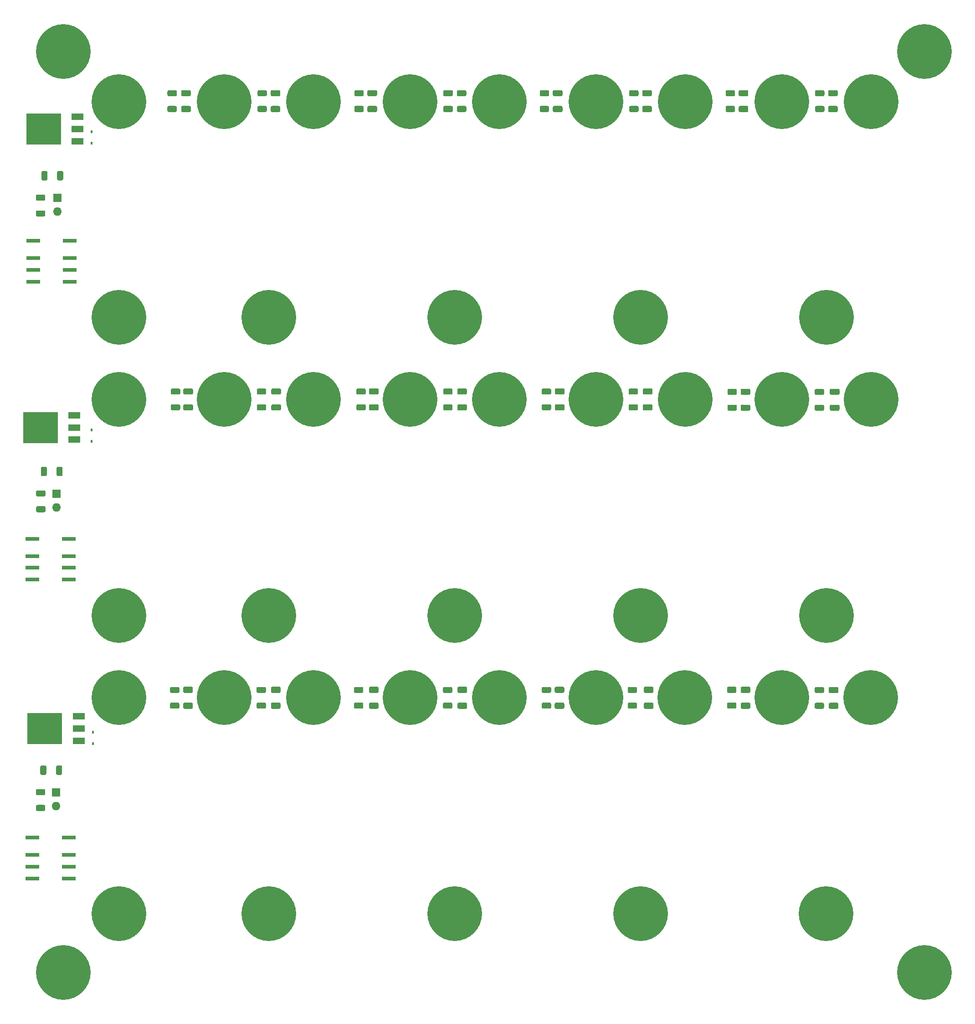
<source format=gbr>
%TF.GenerationSoftware,KiCad,Pcbnew,(5.1.9)-1*%
%TF.CreationDate,2021-07-25T11:44:51+02:00*%
%TF.ProjectId,RelayControls-HPK,52656c61-7943-46f6-9e74-726f6c732d48,V0.1*%
%TF.SameCoordinates,Original*%
%TF.FileFunction,Soldermask,Top*%
%TF.FilePolarity,Negative*%
%FSLAX46Y46*%
G04 Gerber Fmt 4.6, Leading zero omitted, Abs format (unit mm)*
G04 Created by KiCad (PCBNEW (5.1.9)-1) date 2021-07-25 11:44:51*
%MOMM*%
%LPD*%
G01*
G04 APERTURE LIST*
%ADD10R,0.450000X0.600000*%
%ADD11R,2.200000X1.200000*%
%ADD12R,6.400000X5.800000*%
%ADD13R,1.600000X1.600000*%
%ADD14O,1.600000X1.600000*%
%ADD15C,10.160000*%
%ADD16R,2.660000X0.800000*%
G04 APERTURE END LIST*
D10*
%TO.C,D3*%
X33200000Y-99275000D03*
X33200000Y-101375000D03*
%TD*%
D11*
%TO.C,Q3*%
X30824999Y-157054999D03*
X30824999Y-154774999D03*
X30824999Y-152494999D03*
D12*
X24524999Y-154774999D03*
%TD*%
%TO.C,C1*%
G36*
G01*
X120500001Y-37325000D02*
X119199999Y-37325000D01*
G75*
G02*
X118950000Y-37075001I0J249999D01*
G01*
X118950000Y-36424999D01*
G75*
G02*
X119199999Y-36175000I249999J0D01*
G01*
X120500001Y-36175000D01*
G75*
G02*
X120750000Y-36424999I0J-249999D01*
G01*
X120750000Y-37075001D01*
G75*
G02*
X120500001Y-37325000I-249999J0D01*
G01*
G37*
G36*
G01*
X120500001Y-40275000D02*
X119199999Y-40275000D01*
G75*
G02*
X118950000Y-40025001I0J249999D01*
G01*
X118950000Y-39374999D01*
G75*
G02*
X119199999Y-39125000I249999J0D01*
G01*
X120500001Y-39125000D01*
G75*
G02*
X120750000Y-39374999I0J-249999D01*
G01*
X120750000Y-40025001D01*
G75*
G02*
X120500001Y-40275000I-249999J0D01*
G01*
G37*
%TD*%
%TO.C,C2*%
G36*
G01*
X51425001Y-40275000D02*
X50124999Y-40275000D01*
G75*
G02*
X49875000Y-40025001I0J249999D01*
G01*
X49875000Y-39374999D01*
G75*
G02*
X50124999Y-39125000I249999J0D01*
G01*
X51425001Y-39125000D01*
G75*
G02*
X51675000Y-39374999I0J-249999D01*
G01*
X51675000Y-40025001D01*
G75*
G02*
X51425001Y-40275000I-249999J0D01*
G01*
G37*
G36*
G01*
X51425001Y-37325000D02*
X50124999Y-37325000D01*
G75*
G02*
X49875000Y-37075001I0J249999D01*
G01*
X49875000Y-36424999D01*
G75*
G02*
X50124999Y-36175000I249999J0D01*
G01*
X51425001Y-36175000D01*
G75*
G02*
X51675000Y-36424999I0J-249999D01*
G01*
X51675000Y-37075001D01*
G75*
G02*
X51425001Y-37325000I-249999J0D01*
G01*
G37*
%TD*%
%TO.C,C3*%
G36*
G01*
X86025001Y-37325000D02*
X84724999Y-37325000D01*
G75*
G02*
X84475000Y-37075001I0J249999D01*
G01*
X84475000Y-36424999D01*
G75*
G02*
X84724999Y-36175000I249999J0D01*
G01*
X86025001Y-36175000D01*
G75*
G02*
X86275000Y-36424999I0J-249999D01*
G01*
X86275000Y-37075001D01*
G75*
G02*
X86025001Y-37325000I-249999J0D01*
G01*
G37*
G36*
G01*
X86025001Y-40275000D02*
X84724999Y-40275000D01*
G75*
G02*
X84475000Y-40025001I0J249999D01*
G01*
X84475000Y-39374999D01*
G75*
G02*
X84724999Y-39125000I249999J0D01*
G01*
X86025001Y-39125000D01*
G75*
G02*
X86275000Y-39374999I0J-249999D01*
G01*
X86275000Y-40025001D01*
G75*
G02*
X86025001Y-40275000I-249999J0D01*
G01*
G37*
%TD*%
%TO.C,C4*%
G36*
G01*
X155025001Y-37325000D02*
X153724999Y-37325000D01*
G75*
G02*
X153475000Y-37075001I0J249999D01*
G01*
X153475000Y-36424999D01*
G75*
G02*
X153724999Y-36175000I249999J0D01*
G01*
X155025001Y-36175000D01*
G75*
G02*
X155275000Y-36424999I0J-249999D01*
G01*
X155275000Y-37075001D01*
G75*
G02*
X155025001Y-37325000I-249999J0D01*
G01*
G37*
G36*
G01*
X155025001Y-40275000D02*
X153724999Y-40275000D01*
G75*
G02*
X153475000Y-40025001I0J249999D01*
G01*
X153475000Y-39374999D01*
G75*
G02*
X153724999Y-39125000I249999J0D01*
G01*
X155025001Y-39125000D01*
G75*
G02*
X155275000Y-39374999I0J-249999D01*
G01*
X155275000Y-40025001D01*
G75*
G02*
X155025001Y-40275000I-249999J0D01*
G01*
G37*
%TD*%
%TO.C,C5*%
G36*
G01*
X135799999Y-39125000D02*
X137100001Y-39125000D01*
G75*
G02*
X137350000Y-39374999I0J-249999D01*
G01*
X137350000Y-40025001D01*
G75*
G02*
X137100001Y-40275000I-249999J0D01*
G01*
X135799999Y-40275000D01*
G75*
G02*
X135550000Y-40025001I0J249999D01*
G01*
X135550000Y-39374999D01*
G75*
G02*
X135799999Y-39125000I249999J0D01*
G01*
G37*
G36*
G01*
X135799999Y-36175000D02*
X137100001Y-36175000D01*
G75*
G02*
X137350000Y-36424999I0J-249999D01*
G01*
X137350000Y-37075001D01*
G75*
G02*
X137100001Y-37325000I-249999J0D01*
G01*
X135799999Y-37325000D01*
G75*
G02*
X135550000Y-37075001I0J249999D01*
G01*
X135550000Y-36424999D01*
G75*
G02*
X135799999Y-36175000I249999J0D01*
G01*
G37*
%TD*%
%TO.C,C6*%
G36*
G01*
X66749999Y-36175000D02*
X68050001Y-36175000D01*
G75*
G02*
X68300000Y-36424999I0J-249999D01*
G01*
X68300000Y-37075001D01*
G75*
G02*
X68050001Y-37325000I-249999J0D01*
G01*
X66749999Y-37325000D01*
G75*
G02*
X66500000Y-37075001I0J249999D01*
G01*
X66500000Y-36424999D01*
G75*
G02*
X66749999Y-36175000I249999J0D01*
G01*
G37*
G36*
G01*
X66749999Y-39125000D02*
X68050001Y-39125000D01*
G75*
G02*
X68300000Y-39374999I0J-249999D01*
G01*
X68300000Y-40025001D01*
G75*
G02*
X68050001Y-40275000I-249999J0D01*
G01*
X66749999Y-40275000D01*
G75*
G02*
X66500000Y-40025001I0J249999D01*
G01*
X66500000Y-39374999D01*
G75*
G02*
X66749999Y-39125000I249999J0D01*
G01*
G37*
%TD*%
%TO.C,C7*%
G36*
G01*
X98819999Y-39125000D02*
X100120001Y-39125000D01*
G75*
G02*
X100370000Y-39374999I0J-249999D01*
G01*
X100370000Y-40025001D01*
G75*
G02*
X100120001Y-40275000I-249999J0D01*
G01*
X98819999Y-40275000D01*
G75*
G02*
X98570000Y-40025001I0J249999D01*
G01*
X98570000Y-39374999D01*
G75*
G02*
X98819999Y-39125000I249999J0D01*
G01*
G37*
G36*
G01*
X98819999Y-36175000D02*
X100120001Y-36175000D01*
G75*
G02*
X100370000Y-36424999I0J-249999D01*
G01*
X100370000Y-37075001D01*
G75*
G02*
X100120001Y-37325000I-249999J0D01*
G01*
X98819999Y-37325000D01*
G75*
G02*
X98570000Y-37075001I0J249999D01*
G01*
X98570000Y-36424999D01*
G75*
G02*
X98819999Y-36175000I249999J0D01*
G01*
G37*
%TD*%
%TO.C,C8*%
G36*
G01*
X170349999Y-36175000D02*
X171650001Y-36175000D01*
G75*
G02*
X171900000Y-36424999I0J-249999D01*
G01*
X171900000Y-37075001D01*
G75*
G02*
X171650001Y-37325000I-249999J0D01*
G01*
X170349999Y-37325000D01*
G75*
G02*
X170100000Y-37075001I0J249999D01*
G01*
X170100000Y-36424999D01*
G75*
G02*
X170349999Y-36175000I249999J0D01*
G01*
G37*
G36*
G01*
X170349999Y-39125000D02*
X171650001Y-39125000D01*
G75*
G02*
X171900000Y-39374999I0J-249999D01*
G01*
X171900000Y-40025001D01*
G75*
G02*
X171650001Y-40275000I-249999J0D01*
G01*
X170349999Y-40275000D01*
G75*
G02*
X170100000Y-40025001I0J249999D01*
G01*
X170100000Y-39374999D01*
G75*
G02*
X170349999Y-39125000I249999J0D01*
G01*
G37*
%TD*%
%TO.C,C9*%
G36*
G01*
X120875001Y-92725000D02*
X119574999Y-92725000D01*
G75*
G02*
X119325000Y-92475001I0J249999D01*
G01*
X119325000Y-91824999D01*
G75*
G02*
X119574999Y-91575000I249999J0D01*
G01*
X120875001Y-91575000D01*
G75*
G02*
X121125000Y-91824999I0J-249999D01*
G01*
X121125000Y-92475001D01*
G75*
G02*
X120875001Y-92725000I-249999J0D01*
G01*
G37*
G36*
G01*
X120875001Y-95675000D02*
X119574999Y-95675000D01*
G75*
G02*
X119325000Y-95425001I0J249999D01*
G01*
X119325000Y-94774999D01*
G75*
G02*
X119574999Y-94525000I249999J0D01*
G01*
X120875001Y-94525000D01*
G75*
G02*
X121125000Y-94774999I0J-249999D01*
G01*
X121125000Y-95425001D01*
G75*
G02*
X120875001Y-95675000I-249999J0D01*
G01*
G37*
%TD*%
%TO.C,C10*%
G36*
G01*
X51825001Y-95675000D02*
X50524999Y-95675000D01*
G75*
G02*
X50275000Y-95425001I0J249999D01*
G01*
X50275000Y-94774999D01*
G75*
G02*
X50524999Y-94525000I249999J0D01*
G01*
X51825001Y-94525000D01*
G75*
G02*
X52075000Y-94774999I0J-249999D01*
G01*
X52075000Y-95425001D01*
G75*
G02*
X51825001Y-95675000I-249999J0D01*
G01*
G37*
G36*
G01*
X51825001Y-92725000D02*
X50524999Y-92725000D01*
G75*
G02*
X50275000Y-92475001I0J249999D01*
G01*
X50275000Y-91824999D01*
G75*
G02*
X50524999Y-91575000I249999J0D01*
G01*
X51825001Y-91575000D01*
G75*
G02*
X52075000Y-91824999I0J-249999D01*
G01*
X52075000Y-92475001D01*
G75*
G02*
X51825001Y-92725000I-249999J0D01*
G01*
G37*
%TD*%
%TO.C,C11*%
G36*
G01*
X86325001Y-95675000D02*
X85024999Y-95675000D01*
G75*
G02*
X84775000Y-95425001I0J249999D01*
G01*
X84775000Y-94774999D01*
G75*
G02*
X85024999Y-94525000I249999J0D01*
G01*
X86325001Y-94525000D01*
G75*
G02*
X86575000Y-94774999I0J-249999D01*
G01*
X86575000Y-95425001D01*
G75*
G02*
X86325001Y-95675000I-249999J0D01*
G01*
G37*
G36*
G01*
X86325001Y-92725000D02*
X85024999Y-92725000D01*
G75*
G02*
X84775000Y-92475001I0J249999D01*
G01*
X84775000Y-91824999D01*
G75*
G02*
X85024999Y-91575000I249999J0D01*
G01*
X86325001Y-91575000D01*
G75*
G02*
X86575000Y-91824999I0J-249999D01*
G01*
X86575000Y-92475001D01*
G75*
G02*
X86325001Y-92725000I-249999J0D01*
G01*
G37*
%TD*%
%TO.C,C12*%
G36*
G01*
X155390001Y-92790000D02*
X154089999Y-92790000D01*
G75*
G02*
X153840000Y-92540001I0J249999D01*
G01*
X153840000Y-91889999D01*
G75*
G02*
X154089999Y-91640000I249999J0D01*
G01*
X155390001Y-91640000D01*
G75*
G02*
X155640000Y-91889999I0J-249999D01*
G01*
X155640000Y-92540001D01*
G75*
G02*
X155390001Y-92790000I-249999J0D01*
G01*
G37*
G36*
G01*
X155390001Y-95740000D02*
X154089999Y-95740000D01*
G75*
G02*
X153840000Y-95490001I0J249999D01*
G01*
X153840000Y-94839999D01*
G75*
G02*
X154089999Y-94590000I249999J0D01*
G01*
X155390001Y-94590000D01*
G75*
G02*
X155640000Y-94839999I0J-249999D01*
G01*
X155640000Y-95490001D01*
G75*
G02*
X155390001Y-95740000I-249999J0D01*
G01*
G37*
%TD*%
%TO.C,C13*%
G36*
G01*
X135924999Y-91575000D02*
X137225001Y-91575000D01*
G75*
G02*
X137475000Y-91824999I0J-249999D01*
G01*
X137475000Y-92475001D01*
G75*
G02*
X137225001Y-92725000I-249999J0D01*
G01*
X135924999Y-92725000D01*
G75*
G02*
X135675000Y-92475001I0J249999D01*
G01*
X135675000Y-91824999D01*
G75*
G02*
X135924999Y-91575000I249999J0D01*
G01*
G37*
G36*
G01*
X135924999Y-94525000D02*
X137225001Y-94525000D01*
G75*
G02*
X137475000Y-94774999I0J-249999D01*
G01*
X137475000Y-95425001D01*
G75*
G02*
X137225001Y-95675000I-249999J0D01*
G01*
X135924999Y-95675000D01*
G75*
G02*
X135675000Y-95425001I0J249999D01*
G01*
X135675000Y-94774999D01*
G75*
G02*
X135924999Y-94525000I249999J0D01*
G01*
G37*
%TD*%
%TO.C,C14*%
G36*
G01*
X66874999Y-91575000D02*
X68175001Y-91575000D01*
G75*
G02*
X68425000Y-91824999I0J-249999D01*
G01*
X68425000Y-92475001D01*
G75*
G02*
X68175001Y-92725000I-249999J0D01*
G01*
X66874999Y-92725000D01*
G75*
G02*
X66625000Y-92475001I0J249999D01*
G01*
X66625000Y-91824999D01*
G75*
G02*
X66874999Y-91575000I249999J0D01*
G01*
G37*
G36*
G01*
X66874999Y-94525000D02*
X68175001Y-94525000D01*
G75*
G02*
X68425000Y-94774999I0J-249999D01*
G01*
X68425000Y-95425001D01*
G75*
G02*
X68175001Y-95675000I-249999J0D01*
G01*
X66874999Y-95675000D01*
G75*
G02*
X66625000Y-95425001I0J249999D01*
G01*
X66625000Y-94774999D01*
G75*
G02*
X66874999Y-94525000I249999J0D01*
G01*
G37*
%TD*%
%TO.C,C15*%
G36*
G01*
X101424999Y-91575000D02*
X102725001Y-91575000D01*
G75*
G02*
X102975000Y-91824999I0J-249999D01*
G01*
X102975000Y-92475001D01*
G75*
G02*
X102725001Y-92725000I-249999J0D01*
G01*
X101424999Y-92725000D01*
G75*
G02*
X101175000Y-92475001I0J249999D01*
G01*
X101175000Y-91824999D01*
G75*
G02*
X101424999Y-91575000I249999J0D01*
G01*
G37*
G36*
G01*
X101424999Y-94525000D02*
X102725001Y-94525000D01*
G75*
G02*
X102975000Y-94774999I0J-249999D01*
G01*
X102975000Y-95425001D01*
G75*
G02*
X102725001Y-95675000I-249999J0D01*
G01*
X101424999Y-95675000D01*
G75*
G02*
X101175000Y-95425001I0J249999D01*
G01*
X101175000Y-94774999D01*
G75*
G02*
X101424999Y-94525000I249999J0D01*
G01*
G37*
%TD*%
%TO.C,C16*%
G36*
G01*
X170669999Y-91640000D02*
X171970001Y-91640000D01*
G75*
G02*
X172220000Y-91889999I0J-249999D01*
G01*
X172220000Y-92540001D01*
G75*
G02*
X171970001Y-92790000I-249999J0D01*
G01*
X170669999Y-92790000D01*
G75*
G02*
X170420000Y-92540001I0J249999D01*
G01*
X170420000Y-91889999D01*
G75*
G02*
X170669999Y-91640000I249999J0D01*
G01*
G37*
G36*
G01*
X170669999Y-94590000D02*
X171970001Y-94590000D01*
G75*
G02*
X172220000Y-94839999I0J-249999D01*
G01*
X172220000Y-95490001D01*
G75*
G02*
X171970001Y-95740000I-249999J0D01*
G01*
X170669999Y-95740000D01*
G75*
G02*
X170420000Y-95490001I0J249999D01*
G01*
X170420000Y-94839999D01*
G75*
G02*
X170669999Y-94590000I249999J0D01*
G01*
G37*
%TD*%
%TO.C,C17*%
G36*
G01*
X120825001Y-151075000D02*
X119524999Y-151075000D01*
G75*
G02*
X119275000Y-150825001I0J249999D01*
G01*
X119275000Y-150174999D01*
G75*
G02*
X119524999Y-149925000I249999J0D01*
G01*
X120825001Y-149925000D01*
G75*
G02*
X121075000Y-150174999I0J-249999D01*
G01*
X121075000Y-150825001D01*
G75*
G02*
X120825001Y-151075000I-249999J0D01*
G01*
G37*
G36*
G01*
X120825001Y-148125000D02*
X119524999Y-148125000D01*
G75*
G02*
X119275000Y-147875001I0J249999D01*
G01*
X119275000Y-147224999D01*
G75*
G02*
X119524999Y-146975000I249999J0D01*
G01*
X120825001Y-146975000D01*
G75*
G02*
X121075000Y-147224999I0J-249999D01*
G01*
X121075000Y-147875001D01*
G75*
G02*
X120825001Y-148125000I-249999J0D01*
G01*
G37*
%TD*%
%TO.C,C18*%
G36*
G01*
X51800001Y-148125000D02*
X50499999Y-148125000D01*
G75*
G02*
X50250000Y-147875001I0J249999D01*
G01*
X50250000Y-147224999D01*
G75*
G02*
X50499999Y-146975000I249999J0D01*
G01*
X51800001Y-146975000D01*
G75*
G02*
X52050000Y-147224999I0J-249999D01*
G01*
X52050000Y-147875001D01*
G75*
G02*
X51800001Y-148125000I-249999J0D01*
G01*
G37*
G36*
G01*
X51800001Y-151075000D02*
X50499999Y-151075000D01*
G75*
G02*
X50250000Y-150825001I0J249999D01*
G01*
X50250000Y-150174999D01*
G75*
G02*
X50499999Y-149925000I249999J0D01*
G01*
X51800001Y-149925000D01*
G75*
G02*
X52050000Y-150174999I0J-249999D01*
G01*
X52050000Y-150825001D01*
G75*
G02*
X51800001Y-151075000I-249999J0D01*
G01*
G37*
%TD*%
%TO.C,C19*%
G36*
G01*
X86325001Y-148125000D02*
X85024999Y-148125000D01*
G75*
G02*
X84775000Y-147875001I0J249999D01*
G01*
X84775000Y-147224999D01*
G75*
G02*
X85024999Y-146975000I249999J0D01*
G01*
X86325001Y-146975000D01*
G75*
G02*
X86575000Y-147224999I0J-249999D01*
G01*
X86575000Y-147875001D01*
G75*
G02*
X86325001Y-148125000I-249999J0D01*
G01*
G37*
G36*
G01*
X86325001Y-151075000D02*
X85024999Y-151075000D01*
G75*
G02*
X84775000Y-150825001I0J249999D01*
G01*
X84775000Y-150174999D01*
G75*
G02*
X85024999Y-149925000I249999J0D01*
G01*
X86325001Y-149925000D01*
G75*
G02*
X86575000Y-150174999I0J-249999D01*
G01*
X86575000Y-150825001D01*
G75*
G02*
X86325001Y-151075000I-249999J0D01*
G01*
G37*
%TD*%
%TO.C,C20*%
G36*
G01*
X155410001Y-151075000D02*
X154109999Y-151075000D01*
G75*
G02*
X153860000Y-150825001I0J249999D01*
G01*
X153860000Y-150174999D01*
G75*
G02*
X154109999Y-149925000I249999J0D01*
G01*
X155410001Y-149925000D01*
G75*
G02*
X155660000Y-150174999I0J-249999D01*
G01*
X155660000Y-150825001D01*
G75*
G02*
X155410001Y-151075000I-249999J0D01*
G01*
G37*
G36*
G01*
X155410001Y-148125000D02*
X154109999Y-148125000D01*
G75*
G02*
X153860000Y-147875001I0J249999D01*
G01*
X153860000Y-147224999D01*
G75*
G02*
X154109999Y-146975000I249999J0D01*
G01*
X155410001Y-146975000D01*
G75*
G02*
X155660000Y-147224999I0J-249999D01*
G01*
X155660000Y-147875001D01*
G75*
G02*
X155410001Y-148125000I-249999J0D01*
G01*
G37*
%TD*%
%TO.C,C21*%
G36*
G01*
X136099999Y-149925000D02*
X137400001Y-149925000D01*
G75*
G02*
X137650000Y-150174999I0J-249999D01*
G01*
X137650000Y-150825001D01*
G75*
G02*
X137400001Y-151075000I-249999J0D01*
G01*
X136099999Y-151075000D01*
G75*
G02*
X135850000Y-150825001I0J249999D01*
G01*
X135850000Y-150174999D01*
G75*
G02*
X136099999Y-149925000I249999J0D01*
G01*
G37*
G36*
G01*
X136099999Y-146975000D02*
X137400001Y-146975000D01*
G75*
G02*
X137650000Y-147224999I0J-249999D01*
G01*
X137650000Y-147875001D01*
G75*
G02*
X137400001Y-148125000I-249999J0D01*
G01*
X136099999Y-148125000D01*
G75*
G02*
X135850000Y-147875001I0J249999D01*
G01*
X135850000Y-147224999D01*
G75*
G02*
X136099999Y-146975000I249999J0D01*
G01*
G37*
%TD*%
%TO.C,C22*%
G36*
G01*
X66799999Y-149925000D02*
X68100001Y-149925000D01*
G75*
G02*
X68350000Y-150174999I0J-249999D01*
G01*
X68350000Y-150825001D01*
G75*
G02*
X68100001Y-151075000I-249999J0D01*
G01*
X66799999Y-151075000D01*
G75*
G02*
X66550000Y-150825001I0J249999D01*
G01*
X66550000Y-150174999D01*
G75*
G02*
X66799999Y-149925000I249999J0D01*
G01*
G37*
G36*
G01*
X66799999Y-146975000D02*
X68100001Y-146975000D01*
G75*
G02*
X68350000Y-147224999I0J-249999D01*
G01*
X68350000Y-147875001D01*
G75*
G02*
X68100001Y-148125000I-249999J0D01*
G01*
X66799999Y-148125000D01*
G75*
G02*
X66550000Y-147875001I0J249999D01*
G01*
X66550000Y-147224999D01*
G75*
G02*
X66799999Y-146975000I249999J0D01*
G01*
G37*
%TD*%
%TO.C,C23*%
G36*
G01*
X101474999Y-146975000D02*
X102775001Y-146975000D01*
G75*
G02*
X103025000Y-147224999I0J-249999D01*
G01*
X103025000Y-147875001D01*
G75*
G02*
X102775001Y-148125000I-249999J0D01*
G01*
X101474999Y-148125000D01*
G75*
G02*
X101225000Y-147875001I0J249999D01*
G01*
X101225000Y-147224999D01*
G75*
G02*
X101474999Y-146975000I249999J0D01*
G01*
G37*
G36*
G01*
X101474999Y-149925000D02*
X102775001Y-149925000D01*
G75*
G02*
X103025000Y-150174999I0J-249999D01*
G01*
X103025000Y-150825001D01*
G75*
G02*
X102775001Y-151075000I-249999J0D01*
G01*
X101474999Y-151075000D01*
G75*
G02*
X101225000Y-150825001I0J249999D01*
G01*
X101225000Y-150174999D01*
G75*
G02*
X101474999Y-149925000I249999J0D01*
G01*
G37*
%TD*%
%TO.C,C24*%
G36*
G01*
X170459999Y-149950000D02*
X171760001Y-149950000D01*
G75*
G02*
X172010000Y-150199999I0J-249999D01*
G01*
X172010000Y-150850001D01*
G75*
G02*
X171760001Y-151100000I-249999J0D01*
G01*
X170459999Y-151100000D01*
G75*
G02*
X170210000Y-150850001I0J249999D01*
G01*
X170210000Y-150199999D01*
G75*
G02*
X170459999Y-149950000I249999J0D01*
G01*
G37*
G36*
G01*
X170459999Y-147000000D02*
X171760001Y-147000000D01*
G75*
G02*
X172010000Y-147249999I0J-249999D01*
G01*
X172010000Y-147900001D01*
G75*
G02*
X171760001Y-148150000I-249999J0D01*
G01*
X170459999Y-148150000D01*
G75*
G02*
X170210000Y-147900001I0J249999D01*
G01*
X170210000Y-147249999D01*
G75*
G02*
X170459999Y-147000000I249999J0D01*
G01*
G37*
%TD*%
D13*
%TO.C,D2*%
X26850000Y-56200000D03*
D14*
X26850000Y-58740000D03*
%TD*%
%TO.C,D4*%
X26743629Y-113665000D03*
D13*
X26743629Y-111125000D03*
%TD*%
%TO.C,D6*%
X26638629Y-166600000D03*
D14*
X26638629Y-169140000D03*
%TD*%
D15*
%TO.C,J1*%
X28000000Y-29000000D03*
%TD*%
%TO.C,J2*%
X188000000Y-200000000D03*
%TD*%
%TO.C,J3*%
X38300000Y-78350000D03*
%TD*%
%TO.C,J4*%
X66200000Y-78350000D03*
%TD*%
%TO.C,J5*%
X135250000Y-78375000D03*
%TD*%
%TO.C,J6*%
X100750000Y-78350000D03*
%TD*%
%TO.C,J7*%
X169775000Y-78375000D03*
%TD*%
%TO.C,J8*%
X38300000Y-38350000D03*
%TD*%
%TO.C,J9*%
X74475000Y-38350000D03*
%TD*%
%TO.C,J10*%
X57900000Y-38350000D03*
%TD*%
%TO.C,J11*%
X143525000Y-38355000D03*
%TD*%
%TO.C,J12*%
X126970000Y-38355000D03*
%TD*%
%TO.C,J13*%
X109040000Y-38355000D03*
%TD*%
%TO.C,J14*%
X92445000Y-38355000D03*
%TD*%
%TO.C,J15*%
X178070000Y-38350000D03*
%TD*%
%TO.C,J16*%
X161495000Y-38350000D03*
%TD*%
%TO.C,J17*%
X38275000Y-133750000D03*
%TD*%
%TO.C,J18*%
X135252500Y-133750000D03*
%TD*%
%TO.C,J19*%
X66182500Y-133750000D03*
%TD*%
%TO.C,J20*%
X100700000Y-133750000D03*
%TD*%
%TO.C,J21*%
X169777500Y-133750000D03*
%TD*%
%TO.C,J22*%
X38300000Y-93645000D03*
%TD*%
%TO.C,J23*%
X143525000Y-93645000D03*
%TD*%
%TO.C,J24*%
X126970000Y-93645000D03*
%TD*%
%TO.C,J25*%
X74475000Y-93645000D03*
%TD*%
%TO.C,J26*%
X57900000Y-93645000D03*
%TD*%
%TO.C,J27*%
X109000000Y-93645000D03*
%TD*%
%TO.C,J28*%
X92425000Y-93645000D03*
%TD*%
%TO.C,J29*%
X178070000Y-93645000D03*
%TD*%
%TO.C,J30*%
X161495000Y-93645000D03*
%TD*%
%TO.C,J31*%
X38275000Y-189155000D03*
%TD*%
%TO.C,J32*%
X135227500Y-189155000D03*
%TD*%
%TO.C,J33*%
X66157500Y-189155000D03*
%TD*%
%TO.C,J34*%
X100682500Y-189155000D03*
%TD*%
%TO.C,J35*%
X169752500Y-189155000D03*
%TD*%
%TO.C,J36*%
X38275000Y-149025000D03*
%TD*%
%TO.C,J37*%
X143500000Y-149025000D03*
%TD*%
%TO.C,J38*%
X126945000Y-149025000D03*
%TD*%
%TO.C,J39*%
X74450000Y-149025000D03*
%TD*%
%TO.C,J40*%
X57875000Y-149025000D03*
%TD*%
%TO.C,J41*%
X108975000Y-149000000D03*
%TD*%
%TO.C,J42*%
X92400000Y-149025000D03*
%TD*%
%TO.C,J43*%
X178045000Y-149025000D03*
%TD*%
%TO.C,J44*%
X161470000Y-149025000D03*
%TD*%
%TO.C,J45*%
X188000000Y-29000000D03*
%TD*%
%TO.C,J46*%
X28000000Y-200000000D03*
%TD*%
D16*
%TO.C,K1*%
X22410001Y-64154999D03*
X22410001Y-67354999D03*
X22410001Y-69554999D03*
X22410001Y-71754999D03*
X29150001Y-71754999D03*
X29150001Y-69554999D03*
X29150001Y-67354999D03*
X29150001Y-64154999D03*
%TD*%
%TO.C,K2*%
X22260000Y-119500000D03*
X22260000Y-122700000D03*
X22260000Y-124900000D03*
X22260000Y-127100000D03*
X29000000Y-127100000D03*
X29000000Y-124900000D03*
X29000000Y-122700000D03*
X29000000Y-119500000D03*
%TD*%
%TO.C,K3*%
X29000000Y-175000000D03*
X29000000Y-178200000D03*
X29000000Y-180400000D03*
X29000000Y-182600000D03*
X22260000Y-182600000D03*
X22260000Y-180400000D03*
X22260000Y-178200000D03*
X22260000Y-175000000D03*
%TD*%
%TO.C,R1*%
G36*
G01*
X26831371Y-52700002D02*
X26831371Y-51449998D01*
G75*
G02*
X27081369Y-51200000I249998J0D01*
G01*
X27706373Y-51200000D01*
G75*
G02*
X27956371Y-51449998I0J-249998D01*
G01*
X27956371Y-52700002D01*
G75*
G02*
X27706373Y-52950000I-249998J0D01*
G01*
X27081369Y-52950000D01*
G75*
G02*
X26831371Y-52700002I0J249998D01*
G01*
G37*
G36*
G01*
X23906371Y-52700002D02*
X23906371Y-51449998D01*
G75*
G02*
X24156369Y-51200000I249998J0D01*
G01*
X24781373Y-51200000D01*
G75*
G02*
X25031371Y-51449998I0J-249998D01*
G01*
X25031371Y-52700002D01*
G75*
G02*
X24781373Y-52950000I-249998J0D01*
G01*
X24156369Y-52950000D01*
G75*
G02*
X23906371Y-52700002I0J249998D01*
G01*
G37*
%TD*%
%TO.C,R2*%
G36*
G01*
X64299998Y-39125000D02*
X65550002Y-39125000D01*
G75*
G02*
X65800000Y-39374998I0J-249998D01*
G01*
X65800000Y-40000002D01*
G75*
G02*
X65550002Y-40250000I-249998J0D01*
G01*
X64299998Y-40250000D01*
G75*
G02*
X64050000Y-40000002I0J249998D01*
G01*
X64050000Y-39374998D01*
G75*
G02*
X64299998Y-39125000I249998J0D01*
G01*
G37*
G36*
G01*
X64299998Y-36200000D02*
X65550002Y-36200000D01*
G75*
G02*
X65800000Y-36449998I0J-249998D01*
G01*
X65800000Y-37075002D01*
G75*
G02*
X65550002Y-37325000I-249998J0D01*
G01*
X64299998Y-37325000D01*
G75*
G02*
X64050000Y-37075002I0J249998D01*
G01*
X64050000Y-36449998D01*
G75*
G02*
X64299998Y-36200000I249998J0D01*
G01*
G37*
%TD*%
%TO.C,R3*%
G36*
G01*
X118000002Y-40250000D02*
X116749998Y-40250000D01*
G75*
G02*
X116500000Y-40000002I0J249998D01*
G01*
X116500000Y-39374998D01*
G75*
G02*
X116749998Y-39125000I249998J0D01*
G01*
X118000002Y-39125000D01*
G75*
G02*
X118250000Y-39374998I0J-249998D01*
G01*
X118250000Y-40000002D01*
G75*
G02*
X118000002Y-40250000I-249998J0D01*
G01*
G37*
G36*
G01*
X118000002Y-37325000D02*
X116749998Y-37325000D01*
G75*
G02*
X116500000Y-37075002I0J249998D01*
G01*
X116500000Y-36449998D01*
G75*
G02*
X116749998Y-36200000I249998J0D01*
G01*
X118000002Y-36200000D01*
G75*
G02*
X118250000Y-36449998I0J-249998D01*
G01*
X118250000Y-37075002D01*
G75*
G02*
X118000002Y-37325000I-249998J0D01*
G01*
G37*
%TD*%
%TO.C,R4*%
G36*
G01*
X48825002Y-37325000D02*
X47574998Y-37325000D01*
G75*
G02*
X47325000Y-37075002I0J249998D01*
G01*
X47325000Y-36449998D01*
G75*
G02*
X47574998Y-36200000I249998J0D01*
G01*
X48825002Y-36200000D01*
G75*
G02*
X49075000Y-36449998I0J-249998D01*
G01*
X49075000Y-37075002D01*
G75*
G02*
X48825002Y-37325000I-249998J0D01*
G01*
G37*
G36*
G01*
X48825002Y-40250000D02*
X47574998Y-40250000D01*
G75*
G02*
X47325000Y-40000002I0J249998D01*
G01*
X47325000Y-39374998D01*
G75*
G02*
X47574998Y-39125000I249998J0D01*
G01*
X48825002Y-39125000D01*
G75*
G02*
X49075000Y-39374998I0J-249998D01*
G01*
X49075000Y-40000002D01*
G75*
G02*
X48825002Y-40250000I-249998J0D01*
G01*
G37*
%TD*%
%TO.C,R5*%
G36*
G01*
X83550002Y-37325000D02*
X82299998Y-37325000D01*
G75*
G02*
X82050000Y-37075002I0J249998D01*
G01*
X82050000Y-36449998D01*
G75*
G02*
X82299998Y-36200000I249998J0D01*
G01*
X83550002Y-36200000D01*
G75*
G02*
X83800000Y-36449998I0J-249998D01*
G01*
X83800000Y-37075002D01*
G75*
G02*
X83550002Y-37325000I-249998J0D01*
G01*
G37*
G36*
G01*
X83550002Y-40250000D02*
X82299998Y-40250000D01*
G75*
G02*
X82050000Y-40000002I0J249998D01*
G01*
X82050000Y-39374998D01*
G75*
G02*
X82299998Y-39125000I249998J0D01*
G01*
X83550002Y-39125000D01*
G75*
G02*
X83800000Y-39374998I0J-249998D01*
G01*
X83800000Y-40000002D01*
G75*
G02*
X83550002Y-40250000I-249998J0D01*
G01*
G37*
%TD*%
%TO.C,R6*%
G36*
G01*
X152550002Y-40250000D02*
X151299998Y-40250000D01*
G75*
G02*
X151050000Y-40000002I0J249998D01*
G01*
X151050000Y-39374998D01*
G75*
G02*
X151299998Y-39125000I249998J0D01*
G01*
X152550002Y-39125000D01*
G75*
G02*
X152800000Y-39374998I0J-249998D01*
G01*
X152800000Y-40000002D01*
G75*
G02*
X152550002Y-40250000I-249998J0D01*
G01*
G37*
G36*
G01*
X152550002Y-37325000D02*
X151299998Y-37325000D01*
G75*
G02*
X151050000Y-37075002I0J249998D01*
G01*
X151050000Y-36449998D01*
G75*
G02*
X151299998Y-36200000I249998J0D01*
G01*
X152550002Y-36200000D01*
G75*
G02*
X152800000Y-36449998I0J-249998D01*
G01*
X152800000Y-37075002D01*
G75*
G02*
X152550002Y-37325000I-249998J0D01*
G01*
G37*
%TD*%
%TO.C,R7*%
G36*
G01*
X133374998Y-36200000D02*
X134625002Y-36200000D01*
G75*
G02*
X134875000Y-36449998I0J-249998D01*
G01*
X134875000Y-37075002D01*
G75*
G02*
X134625002Y-37325000I-249998J0D01*
G01*
X133374998Y-37325000D01*
G75*
G02*
X133125000Y-37075002I0J249998D01*
G01*
X133125000Y-36449998D01*
G75*
G02*
X133374998Y-36200000I249998J0D01*
G01*
G37*
G36*
G01*
X133374998Y-39125000D02*
X134625002Y-39125000D01*
G75*
G02*
X134875000Y-39374998I0J-249998D01*
G01*
X134875000Y-40000002D01*
G75*
G02*
X134625002Y-40250000I-249998J0D01*
G01*
X133374998Y-40250000D01*
G75*
G02*
X133125000Y-40000002I0J249998D01*
G01*
X133125000Y-39374998D01*
G75*
G02*
X133374998Y-39125000I249998J0D01*
G01*
G37*
%TD*%
%TO.C,R8*%
G36*
G01*
X101369998Y-39125000D02*
X102620002Y-39125000D01*
G75*
G02*
X102870000Y-39374998I0J-249998D01*
G01*
X102870000Y-40000002D01*
G75*
G02*
X102620002Y-40250000I-249998J0D01*
G01*
X101369998Y-40250000D01*
G75*
G02*
X101120000Y-40000002I0J249998D01*
G01*
X101120000Y-39374998D01*
G75*
G02*
X101369998Y-39125000I249998J0D01*
G01*
G37*
G36*
G01*
X101369998Y-36200000D02*
X102620002Y-36200000D01*
G75*
G02*
X102870000Y-36449998I0J-249998D01*
G01*
X102870000Y-37075002D01*
G75*
G02*
X102620002Y-37325000I-249998J0D01*
G01*
X101369998Y-37325000D01*
G75*
G02*
X101120000Y-37075002I0J249998D01*
G01*
X101120000Y-36449998D01*
G75*
G02*
X101369998Y-36200000I249998J0D01*
G01*
G37*
%TD*%
%TO.C,R9*%
G36*
G01*
X167924998Y-39125000D02*
X169175002Y-39125000D01*
G75*
G02*
X169425000Y-39374998I0J-249998D01*
G01*
X169425000Y-40000002D01*
G75*
G02*
X169175002Y-40250000I-249998J0D01*
G01*
X167924998Y-40250000D01*
G75*
G02*
X167675000Y-40000002I0J249998D01*
G01*
X167675000Y-39374998D01*
G75*
G02*
X167924998Y-39125000I249998J0D01*
G01*
G37*
G36*
G01*
X167924998Y-36200000D02*
X169175002Y-36200000D01*
G75*
G02*
X169425000Y-36449998I0J-249998D01*
G01*
X169425000Y-37075002D01*
G75*
G02*
X169175002Y-37325000I-249998J0D01*
G01*
X167924998Y-37325000D01*
G75*
G02*
X167675000Y-37075002I0J249998D01*
G01*
X167675000Y-36449998D01*
G75*
G02*
X167924998Y-36200000I249998J0D01*
G01*
G37*
%TD*%
%TO.C,R10*%
G36*
G01*
X24375002Y-56725685D02*
X23124998Y-56725685D01*
G75*
G02*
X22875000Y-56475687I0J249998D01*
G01*
X22875000Y-55850683D01*
G75*
G02*
X23124998Y-55600685I249998J0D01*
G01*
X24375002Y-55600685D01*
G75*
G02*
X24625000Y-55850683I0J-249998D01*
G01*
X24625000Y-56475687D01*
G75*
G02*
X24375002Y-56725685I-249998J0D01*
G01*
G37*
G36*
G01*
X24375002Y-59650685D02*
X23124998Y-59650685D01*
G75*
G02*
X22875000Y-59400687I0J249998D01*
G01*
X22875000Y-58775683D01*
G75*
G02*
X23124998Y-58525685I249998J0D01*
G01*
X24375002Y-58525685D01*
G75*
G02*
X24625000Y-58775683I0J-249998D01*
G01*
X24625000Y-59400687D01*
G75*
G02*
X24375002Y-59650685I-249998J0D01*
G01*
G37*
%TD*%
%TO.C,R11*%
G36*
G01*
X23800000Y-107625002D02*
X23800000Y-106374998D01*
G75*
G02*
X24049998Y-106125000I249998J0D01*
G01*
X24675002Y-106125000D01*
G75*
G02*
X24925000Y-106374998I0J-249998D01*
G01*
X24925000Y-107625002D01*
G75*
G02*
X24675002Y-107875000I-249998J0D01*
G01*
X24049998Y-107875000D01*
G75*
G02*
X23800000Y-107625002I0J249998D01*
G01*
G37*
G36*
G01*
X26725000Y-107625002D02*
X26725000Y-106374998D01*
G75*
G02*
X26974998Y-106125000I249998J0D01*
G01*
X27600002Y-106125000D01*
G75*
G02*
X27850000Y-106374998I0J-249998D01*
G01*
X27850000Y-107625002D01*
G75*
G02*
X27600002Y-107875000I-249998J0D01*
G01*
X26974998Y-107875000D01*
G75*
G02*
X26725000Y-107625002I0J249998D01*
G01*
G37*
%TD*%
%TO.C,R12*%
G36*
G01*
X118375002Y-95650000D02*
X117124998Y-95650000D01*
G75*
G02*
X116875000Y-95400002I0J249998D01*
G01*
X116875000Y-94774998D01*
G75*
G02*
X117124998Y-94525000I249998J0D01*
G01*
X118375002Y-94525000D01*
G75*
G02*
X118625000Y-94774998I0J-249998D01*
G01*
X118625000Y-95400002D01*
G75*
G02*
X118375002Y-95650000I-249998J0D01*
G01*
G37*
G36*
G01*
X118375002Y-92725000D02*
X117124998Y-92725000D01*
G75*
G02*
X116875000Y-92475002I0J249998D01*
G01*
X116875000Y-91849998D01*
G75*
G02*
X117124998Y-91600000I249998J0D01*
G01*
X118375002Y-91600000D01*
G75*
G02*
X118625000Y-91849998I0J-249998D01*
G01*
X118625000Y-92475002D01*
G75*
G02*
X118375002Y-92725000I-249998J0D01*
G01*
G37*
%TD*%
%TO.C,R13*%
G36*
G01*
X49450002Y-95650000D02*
X48199998Y-95650000D01*
G75*
G02*
X47950000Y-95400002I0J249998D01*
G01*
X47950000Y-94774998D01*
G75*
G02*
X48199998Y-94525000I249998J0D01*
G01*
X49450002Y-94525000D01*
G75*
G02*
X49700000Y-94774998I0J-249998D01*
G01*
X49700000Y-95400002D01*
G75*
G02*
X49450002Y-95650000I-249998J0D01*
G01*
G37*
G36*
G01*
X49450002Y-92725000D02*
X48199998Y-92725000D01*
G75*
G02*
X47950000Y-92475002I0J249998D01*
G01*
X47950000Y-91849998D01*
G75*
G02*
X48199998Y-91600000I249998J0D01*
G01*
X49450002Y-91600000D01*
G75*
G02*
X49700000Y-91849998I0J-249998D01*
G01*
X49700000Y-92475002D01*
G75*
G02*
X49450002Y-92725000I-249998J0D01*
G01*
G37*
%TD*%
%TO.C,R14*%
G36*
G01*
X83925002Y-95650000D02*
X82674998Y-95650000D01*
G75*
G02*
X82425000Y-95400002I0J249998D01*
G01*
X82425000Y-94774998D01*
G75*
G02*
X82674998Y-94525000I249998J0D01*
G01*
X83925002Y-94525000D01*
G75*
G02*
X84175000Y-94774998I0J-249998D01*
G01*
X84175000Y-95400002D01*
G75*
G02*
X83925002Y-95650000I-249998J0D01*
G01*
G37*
G36*
G01*
X83925002Y-92725000D02*
X82674998Y-92725000D01*
G75*
G02*
X82425000Y-92475002I0J249998D01*
G01*
X82425000Y-91849998D01*
G75*
G02*
X82674998Y-91600000I249998J0D01*
G01*
X83925002Y-91600000D01*
G75*
G02*
X84175000Y-91849998I0J-249998D01*
G01*
X84175000Y-92475002D01*
G75*
G02*
X83925002Y-92725000I-249998J0D01*
G01*
G37*
%TD*%
%TO.C,R15*%
G36*
G01*
X152895002Y-92790000D02*
X151644998Y-92790000D01*
G75*
G02*
X151395000Y-92540002I0J249998D01*
G01*
X151395000Y-91914998D01*
G75*
G02*
X151644998Y-91665000I249998J0D01*
G01*
X152895002Y-91665000D01*
G75*
G02*
X153145000Y-91914998I0J-249998D01*
G01*
X153145000Y-92540002D01*
G75*
G02*
X152895002Y-92790000I-249998J0D01*
G01*
G37*
G36*
G01*
X152895002Y-95715000D02*
X151644998Y-95715000D01*
G75*
G02*
X151395000Y-95465002I0J249998D01*
G01*
X151395000Y-94839998D01*
G75*
G02*
X151644998Y-94590000I249998J0D01*
G01*
X152895002Y-94590000D01*
G75*
G02*
X153145000Y-94839998I0J-249998D01*
G01*
X153145000Y-95465002D01*
G75*
G02*
X152895002Y-95715000I-249998J0D01*
G01*
G37*
%TD*%
%TO.C,R16*%
G36*
G01*
X133264998Y-91600000D02*
X134515002Y-91600000D01*
G75*
G02*
X134765000Y-91849998I0J-249998D01*
G01*
X134765000Y-92475002D01*
G75*
G02*
X134515002Y-92725000I-249998J0D01*
G01*
X133264998Y-92725000D01*
G75*
G02*
X133015000Y-92475002I0J249998D01*
G01*
X133015000Y-91849998D01*
G75*
G02*
X133264998Y-91600000I249998J0D01*
G01*
G37*
G36*
G01*
X133264998Y-94525000D02*
X134515002Y-94525000D01*
G75*
G02*
X134765000Y-94774998I0J-249998D01*
G01*
X134765000Y-95400002D01*
G75*
G02*
X134515002Y-95650000I-249998J0D01*
G01*
X133264998Y-95650000D01*
G75*
G02*
X133015000Y-95400002I0J249998D01*
G01*
X133015000Y-94774998D01*
G75*
G02*
X133264998Y-94525000I249998J0D01*
G01*
G37*
%TD*%
%TO.C,R17*%
G36*
G01*
X64174998Y-94525000D02*
X65425002Y-94525000D01*
G75*
G02*
X65675000Y-94774998I0J-249998D01*
G01*
X65675000Y-95400002D01*
G75*
G02*
X65425002Y-95650000I-249998J0D01*
G01*
X64174998Y-95650000D01*
G75*
G02*
X63925000Y-95400002I0J249998D01*
G01*
X63925000Y-94774998D01*
G75*
G02*
X64174998Y-94525000I249998J0D01*
G01*
G37*
G36*
G01*
X64174998Y-91600000D02*
X65425002Y-91600000D01*
G75*
G02*
X65675000Y-91849998I0J-249998D01*
G01*
X65675000Y-92475002D01*
G75*
G02*
X65425002Y-92725000I-249998J0D01*
G01*
X64174998Y-92725000D01*
G75*
G02*
X63925000Y-92475002I0J249998D01*
G01*
X63925000Y-91849998D01*
G75*
G02*
X64174998Y-91600000I249998J0D01*
G01*
G37*
%TD*%
%TO.C,R18*%
G36*
G01*
X98824998Y-94525000D02*
X100075002Y-94525000D01*
G75*
G02*
X100325000Y-94774998I0J-249998D01*
G01*
X100325000Y-95400002D01*
G75*
G02*
X100075002Y-95650000I-249998J0D01*
G01*
X98824998Y-95650000D01*
G75*
G02*
X98575000Y-95400002I0J249998D01*
G01*
X98575000Y-94774998D01*
G75*
G02*
X98824998Y-94525000I249998J0D01*
G01*
G37*
G36*
G01*
X98824998Y-91600000D02*
X100075002Y-91600000D01*
G75*
G02*
X100325000Y-91849998I0J-249998D01*
G01*
X100325000Y-92475002D01*
G75*
G02*
X100075002Y-92725000I-249998J0D01*
G01*
X98824998Y-92725000D01*
G75*
G02*
X98575000Y-92475002I0J249998D01*
G01*
X98575000Y-91849998D01*
G75*
G02*
X98824998Y-91600000I249998J0D01*
G01*
G37*
%TD*%
%TO.C,R19*%
G36*
G01*
X167854998Y-91665000D02*
X169105002Y-91665000D01*
G75*
G02*
X169355000Y-91914998I0J-249998D01*
G01*
X169355000Y-92540002D01*
G75*
G02*
X169105002Y-92790000I-249998J0D01*
G01*
X167854998Y-92790000D01*
G75*
G02*
X167605000Y-92540002I0J249998D01*
G01*
X167605000Y-91914998D01*
G75*
G02*
X167854998Y-91665000I249998J0D01*
G01*
G37*
G36*
G01*
X167854998Y-94590000D02*
X169105002Y-94590000D01*
G75*
G02*
X169355000Y-94839998I0J-249998D01*
G01*
X169355000Y-95465002D01*
G75*
G02*
X169105002Y-95715000I-249998J0D01*
G01*
X167854998Y-95715000D01*
G75*
G02*
X167605000Y-95465002I0J249998D01*
G01*
X167605000Y-94839998D01*
G75*
G02*
X167854998Y-94590000I249998J0D01*
G01*
G37*
%TD*%
%TO.C,R20*%
G36*
G01*
X24425002Y-111650685D02*
X23174998Y-111650685D01*
G75*
G02*
X22925000Y-111400687I0J249998D01*
G01*
X22925000Y-110775683D01*
G75*
G02*
X23174998Y-110525685I249998J0D01*
G01*
X24425002Y-110525685D01*
G75*
G02*
X24675000Y-110775683I0J-249998D01*
G01*
X24675000Y-111400687D01*
G75*
G02*
X24425002Y-111650685I-249998J0D01*
G01*
G37*
G36*
G01*
X24425002Y-114575685D02*
X23174998Y-114575685D01*
G75*
G02*
X22925000Y-114325687I0J249998D01*
G01*
X22925000Y-113700683D01*
G75*
G02*
X23174998Y-113450685I249998J0D01*
G01*
X24425002Y-113450685D01*
G75*
G02*
X24675000Y-113700683I0J-249998D01*
G01*
X24675000Y-114325687D01*
G75*
G02*
X24425002Y-114575685I-249998J0D01*
G01*
G37*
%TD*%
%TO.C,R21*%
G36*
G01*
X26620000Y-163100002D02*
X26620000Y-161849998D01*
G75*
G02*
X26869998Y-161600000I249998J0D01*
G01*
X27495002Y-161600000D01*
G75*
G02*
X27745000Y-161849998I0J-249998D01*
G01*
X27745000Y-163100002D01*
G75*
G02*
X27495002Y-163350000I-249998J0D01*
G01*
X26869998Y-163350000D01*
G75*
G02*
X26620000Y-163100002I0J249998D01*
G01*
G37*
G36*
G01*
X23695000Y-163100002D02*
X23695000Y-161849998D01*
G75*
G02*
X23944998Y-161600000I249998J0D01*
G01*
X24570002Y-161600000D01*
G75*
G02*
X24820000Y-161849998I0J-249998D01*
G01*
X24820000Y-163100002D01*
G75*
G02*
X24570002Y-163350000I-249998J0D01*
G01*
X23944998Y-163350000D01*
G75*
G02*
X23695000Y-163100002I0J249998D01*
G01*
G37*
%TD*%
%TO.C,R22*%
G36*
G01*
X118375002Y-151050000D02*
X117124998Y-151050000D01*
G75*
G02*
X116875000Y-150800002I0J249998D01*
G01*
X116875000Y-150174998D01*
G75*
G02*
X117124998Y-149925000I249998J0D01*
G01*
X118375002Y-149925000D01*
G75*
G02*
X118625000Y-150174998I0J-249998D01*
G01*
X118625000Y-150800002D01*
G75*
G02*
X118375002Y-151050000I-249998J0D01*
G01*
G37*
G36*
G01*
X118375002Y-148125000D02*
X117124998Y-148125000D01*
G75*
G02*
X116875000Y-147875002I0J249998D01*
G01*
X116875000Y-147249998D01*
G75*
G02*
X117124998Y-147000000I249998J0D01*
G01*
X118375002Y-147000000D01*
G75*
G02*
X118625000Y-147249998I0J-249998D01*
G01*
X118625000Y-147875002D01*
G75*
G02*
X118375002Y-148125000I-249998J0D01*
G01*
G37*
%TD*%
%TO.C,R23*%
G36*
G01*
X49300002Y-151062500D02*
X48049998Y-151062500D01*
G75*
G02*
X47800000Y-150812502I0J249998D01*
G01*
X47800000Y-150187498D01*
G75*
G02*
X48049998Y-149937500I249998J0D01*
G01*
X49300002Y-149937500D01*
G75*
G02*
X49550000Y-150187498I0J-249998D01*
G01*
X49550000Y-150812502D01*
G75*
G02*
X49300002Y-151062500I-249998J0D01*
G01*
G37*
G36*
G01*
X49300002Y-148137500D02*
X48049998Y-148137500D01*
G75*
G02*
X47800000Y-147887502I0J249998D01*
G01*
X47800000Y-147262498D01*
G75*
G02*
X48049998Y-147012500I249998J0D01*
G01*
X49300002Y-147012500D01*
G75*
G02*
X49550000Y-147262498I0J-249998D01*
G01*
X49550000Y-147887502D01*
G75*
G02*
X49300002Y-148137500I-249998J0D01*
G01*
G37*
%TD*%
%TO.C,R24*%
G36*
G01*
X83475002Y-148125000D02*
X82224998Y-148125000D01*
G75*
G02*
X81975000Y-147875002I0J249998D01*
G01*
X81975000Y-147249998D01*
G75*
G02*
X82224998Y-147000000I249998J0D01*
G01*
X83475002Y-147000000D01*
G75*
G02*
X83725000Y-147249998I0J-249998D01*
G01*
X83725000Y-147875002D01*
G75*
G02*
X83475002Y-148125000I-249998J0D01*
G01*
G37*
G36*
G01*
X83475002Y-151050000D02*
X82224998Y-151050000D01*
G75*
G02*
X81975000Y-150800002I0J249998D01*
G01*
X81975000Y-150174998D01*
G75*
G02*
X82224998Y-149925000I249998J0D01*
G01*
X83475002Y-149925000D01*
G75*
G02*
X83725000Y-150174998I0J-249998D01*
G01*
X83725000Y-150800002D01*
G75*
G02*
X83475002Y-151050000I-249998J0D01*
G01*
G37*
%TD*%
%TO.C,R25*%
G36*
G01*
X152805002Y-151035000D02*
X151554998Y-151035000D01*
G75*
G02*
X151305000Y-150785002I0J249998D01*
G01*
X151305000Y-150159998D01*
G75*
G02*
X151554998Y-149910000I249998J0D01*
G01*
X152805002Y-149910000D01*
G75*
G02*
X153055000Y-150159998I0J-249998D01*
G01*
X153055000Y-150785002D01*
G75*
G02*
X152805002Y-151035000I-249998J0D01*
G01*
G37*
G36*
G01*
X152805002Y-148110000D02*
X151554998Y-148110000D01*
G75*
G02*
X151305000Y-147860002I0J249998D01*
G01*
X151305000Y-147234998D01*
G75*
G02*
X151554998Y-146985000I249998J0D01*
G01*
X152805002Y-146985000D01*
G75*
G02*
X153055000Y-147234998I0J-249998D01*
G01*
X153055000Y-147860002D01*
G75*
G02*
X152805002Y-148110000I-249998J0D01*
G01*
G37*
%TD*%
%TO.C,R26*%
G36*
G01*
X133099998Y-147000000D02*
X134350002Y-147000000D01*
G75*
G02*
X134600000Y-147249998I0J-249998D01*
G01*
X134600000Y-147875002D01*
G75*
G02*
X134350002Y-148125000I-249998J0D01*
G01*
X133099998Y-148125000D01*
G75*
G02*
X132850000Y-147875002I0J249998D01*
G01*
X132850000Y-147249998D01*
G75*
G02*
X133099998Y-147000000I249998J0D01*
G01*
G37*
G36*
G01*
X133099998Y-149925000D02*
X134350002Y-149925000D01*
G75*
G02*
X134600000Y-150174998I0J-249998D01*
G01*
X134600000Y-150800002D01*
G75*
G02*
X134350002Y-151050000I-249998J0D01*
G01*
X133099998Y-151050000D01*
G75*
G02*
X132850000Y-150800002I0J249998D01*
G01*
X132850000Y-150174998D01*
G75*
G02*
X133099998Y-149925000I249998J0D01*
G01*
G37*
%TD*%
%TO.C,R27*%
G36*
G01*
X64134998Y-147000000D02*
X65385002Y-147000000D01*
G75*
G02*
X65635000Y-147249998I0J-249998D01*
G01*
X65635000Y-147875002D01*
G75*
G02*
X65385002Y-148125000I-249998J0D01*
G01*
X64134998Y-148125000D01*
G75*
G02*
X63885000Y-147875002I0J249998D01*
G01*
X63885000Y-147249998D01*
G75*
G02*
X64134998Y-147000000I249998J0D01*
G01*
G37*
G36*
G01*
X64134998Y-149925000D02*
X65385002Y-149925000D01*
G75*
G02*
X65635000Y-150174998I0J-249998D01*
G01*
X65635000Y-150800002D01*
G75*
G02*
X65385002Y-151050000I-249998J0D01*
G01*
X64134998Y-151050000D01*
G75*
G02*
X63885000Y-150800002I0J249998D01*
G01*
X63885000Y-150174998D01*
G75*
G02*
X64134998Y-149925000I249998J0D01*
G01*
G37*
%TD*%
%TO.C,R28*%
G36*
G01*
X98774998Y-147000000D02*
X100025002Y-147000000D01*
G75*
G02*
X100275000Y-147249998I0J-249998D01*
G01*
X100275000Y-147875002D01*
G75*
G02*
X100025002Y-148125000I-249998J0D01*
G01*
X98774998Y-148125000D01*
G75*
G02*
X98525000Y-147875002I0J249998D01*
G01*
X98525000Y-147249998D01*
G75*
G02*
X98774998Y-147000000I249998J0D01*
G01*
G37*
G36*
G01*
X98774998Y-149925000D02*
X100025002Y-149925000D01*
G75*
G02*
X100275000Y-150174998I0J-249998D01*
G01*
X100275000Y-150800002D01*
G75*
G02*
X100025002Y-151050000I-249998J0D01*
G01*
X98774998Y-151050000D01*
G75*
G02*
X98525000Y-150800002I0J249998D01*
G01*
X98525000Y-150174998D01*
G75*
G02*
X98774998Y-149925000I249998J0D01*
G01*
G37*
%TD*%
%TO.C,R29*%
G36*
G01*
X167844998Y-149950000D02*
X169095002Y-149950000D01*
G75*
G02*
X169345000Y-150199998I0J-249998D01*
G01*
X169345000Y-150825002D01*
G75*
G02*
X169095002Y-151075000I-249998J0D01*
G01*
X167844998Y-151075000D01*
G75*
G02*
X167595000Y-150825002I0J249998D01*
G01*
X167595000Y-150199998D01*
G75*
G02*
X167844998Y-149950000I249998J0D01*
G01*
G37*
G36*
G01*
X167844998Y-147025000D02*
X169095002Y-147025000D01*
G75*
G02*
X169345000Y-147274998I0J-249998D01*
G01*
X169345000Y-147900002D01*
G75*
G02*
X169095002Y-148150000I-249998J0D01*
G01*
X167844998Y-148150000D01*
G75*
G02*
X167595000Y-147900002I0J249998D01*
G01*
X167595000Y-147274998D01*
G75*
G02*
X167844998Y-147025000I249998J0D01*
G01*
G37*
%TD*%
%TO.C,R30*%
G36*
G01*
X24375002Y-167125685D02*
X23124998Y-167125685D01*
G75*
G02*
X22875000Y-166875687I0J249998D01*
G01*
X22875000Y-166250683D01*
G75*
G02*
X23124998Y-166000685I249998J0D01*
G01*
X24375002Y-166000685D01*
G75*
G02*
X24625000Y-166250683I0J-249998D01*
G01*
X24625000Y-166875687D01*
G75*
G02*
X24375002Y-167125685I-249998J0D01*
G01*
G37*
G36*
G01*
X24375002Y-170050685D02*
X23124998Y-170050685D01*
G75*
G02*
X22875000Y-169800687I0J249998D01*
G01*
X22875000Y-169175683D01*
G75*
G02*
X23124998Y-168925685I249998J0D01*
G01*
X24375002Y-168925685D01*
G75*
G02*
X24625000Y-169175683I0J-249998D01*
G01*
X24625000Y-169800687D01*
G75*
G02*
X24375002Y-170050685I-249998J0D01*
G01*
G37*
%TD*%
D10*
%TO.C,D1*%
X33200000Y-46050000D03*
X33200000Y-43950000D03*
%TD*%
%TO.C,D5*%
X33500000Y-155450000D03*
X33500000Y-157550000D03*
%TD*%
D12*
%TO.C,Q1*%
X24300000Y-43400000D03*
D11*
X30600000Y-41120000D03*
X30600000Y-43400000D03*
X30600000Y-45680000D03*
%TD*%
%TO.C,Q2*%
X30025000Y-101105000D03*
X30025000Y-98825000D03*
X30025000Y-96545000D03*
D12*
X23725000Y-98825000D03*
%TD*%
M02*

</source>
